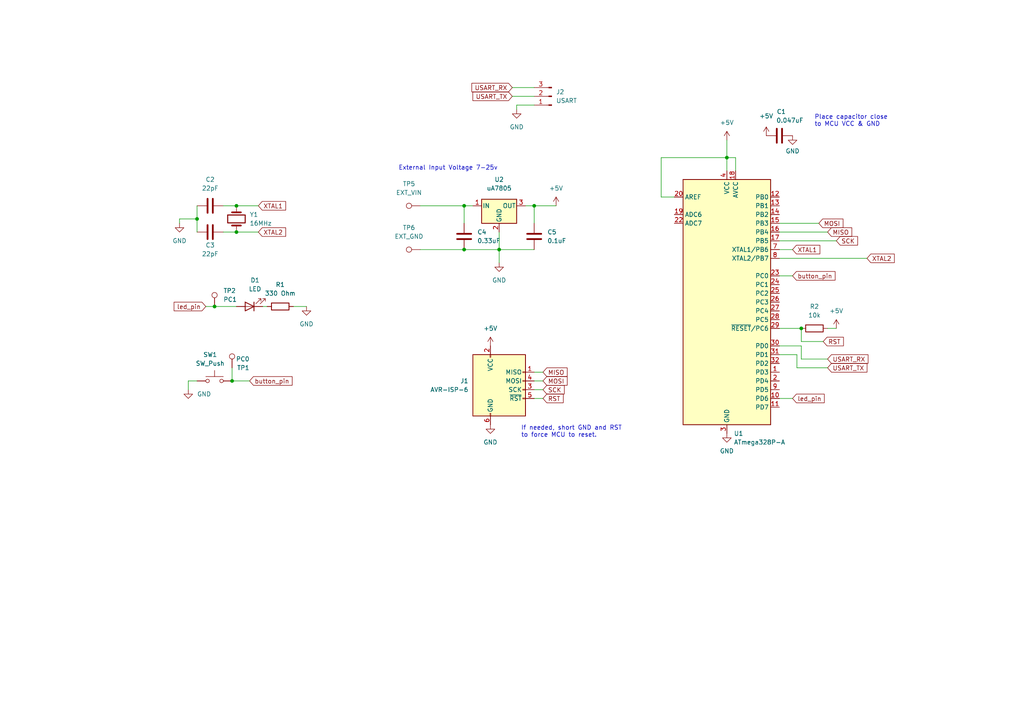
<source format=kicad_sch>
(kicad_sch (version 20211123) (generator eeschema)
  (paper "A4")
  (lib_symbols
    (symbol "Connector:AVR-ISP-6" (pin_names (offset 1.016))
      (property "Reference" "J" (at -6.35 11.43 0))
      (property "Value" "AVR-ISP-6" (at 0 11.43 0))
      (symbol "AVR-ISP-6_0_1"
        (rectangle (start -2.667 -6.858) (end -2.413 -7.62))
        (rectangle (start -2.667 10.16) (end -2.413 9.398))
        (rectangle (start 7.62 -2.413) (end 6.858 -2.667))
        (rectangle (start 7.62 0.127) (end 6.858 -0.127))
        (rectangle (start 7.62 2.667) (end 6.858 2.413))
        (rectangle (start 7.62 5.207) (end 6.858 4.953))
        (rectangle (start 7.62 10.16) (end -7.62 -7.62) (stroke (width 0.254)) (fill (type background)))
      )
      (symbol "AVR-ISP-6_1_1"
        (pin passive line (at 10.16 5.08 180) (length 2.54) (name "MISO") (number "1"))
        (pin passive line (at -2.54 12.7 270) (length 2.54) (name "VCC") (number "2"))
        (pin passive line (at 10.16 0 180) (length 2.54) (name "SCK") (number "3"))
        (pin passive line (at 10.16 2.54 180) (length 2.54) (name "MOSI") (number "4"))
        (pin passive line (at 10.16 -2.54 180) (length 2.54) (name "~{RST}") (number "5"))
        (pin passive line (at -2.54 -10.16 90) (length 2.54) (name "GND") (number "6"))
      )
    )
    (symbol "Connector:Conn_01x03_Male" (pin_names (offset 1.016) hide)
      (property "Reference" "J" (at 0 5.08 0))
      (property "Value" "Conn_01x03_Male" (at 0 -5.08 0))
      (symbol "Conn_01x03_Male_1_1"
        (polyline (pts (xy 1.27 -2.54) (xy 0.8636 -2.54)) (stroke (width 0.1524)))
        (polyline (pts (xy 1.27 0) (xy 0.8636 0)) (stroke (width 0.1524)))
        (polyline (pts (xy 1.27 2.54) (xy 0.8636 2.54)) (stroke (width 0.1524)))
        (rectangle (start 0.8636 -2.413) (end 0 -2.667) (stroke (width 0.1524)) (fill (type outline)))
        (rectangle (start 0.8636 0.127) (end 0 -0.127) (stroke (width 0.1524)) (fill (type outline)))
        (rectangle (start 0.8636 2.667) (end 0 2.413) (stroke (width 0.1524)) (fill (type outline)))
        (pin passive line (at 5.08 2.54 180) (length 3.81) (name "Pin_1") (number "1"))
        (pin passive line (at 5.08 0 180) (length 3.81) (name "Pin_2") (number "2"))
        (pin passive line (at 5.08 -2.54 180) (length 3.81) (name "Pin_3") (number "3"))
      )
    )
    (symbol "Connector:TestPoint" (pin_numbers hide) (pin_names (offset 0.762) hide)
      (property "Reference" "TP" (at 0 6.858 0))
      (property "Value" "TestPoint" (at 0 5.08 0))
      (symbol "TestPoint_0_1"
        (circle (center 0 3.302) (radius 0.762))
      )
      (symbol "TestPoint_1_1"
        (pin passive line (at 0 0 90) (length 2.54) (name "1") (number "1"))
      )
    )
    (symbol "Device:C" (pin_numbers hide) (pin_names (offset 0.254))
      (property "Reference" "C" (at 0.635 2.54 0))
      (property "Value" "C" (at 0.635 -2.54 0))
      (symbol "C_0_1"
        (polyline (pts (xy -2.032 -0.762) (xy 2.032 -0.762)) (stroke (width 0.508)))
        (polyline (pts (xy -2.032 0.762) (xy 2.032 0.762)) (stroke (width 0.508)))
      )
      (symbol "C_1_1"
        (pin passive line (at 0 3.81 270) (length 2.794) (name "~") (number "1"))
        (pin passive line (at 0 -3.81 90) (length 2.794) (name "~") (number "2"))
      )
    )
    (symbol "Device:Crystal" (pin_numbers hide) (pin_names (offset 1.016) hide)
      (property "Reference" "Y" (at 0 3.81 0))
      (property "Value" "Crystal" (at 0 -3.81 0))
      (symbol "Crystal_0_1"
        (rectangle (start -1.143 2.54) (end 1.143 -2.54) (stroke (width 0.3048)))
        (polyline (pts (xy -2.54 0) (xy -1.905 0)))
        (polyline (pts (xy -1.905 -1.27) (xy -1.905 1.27)) (stroke (width 0.508)))
        (polyline (pts (xy 1.905 -1.27) (xy 1.905 1.27)) (stroke (width 0.508)))
        (polyline (pts (xy 2.54 0) (xy 1.905 0)))
      )
      (symbol "Crystal_1_1"
        (pin passive line (at -3.81 0 0) (length 1.27) (name "1") (number "1"))
        (pin passive line (at 3.81 0 180) (length 1.27) (name "2") (number "2"))
      )
    )
    (symbol "Device:LED" (pin_numbers hide) (pin_names (offset 1.016) hide)
      (property "Reference" "D" (at 0 2.54 0))
      (property "Value" "LED" (at 0 -2.54 0))
      (symbol "LED_0_1"
        (polyline (pts (xy -1.27 -1.27) (xy -1.27 1.27)) (stroke (width 0.254)))
        (polyline (pts (xy -1.27 0) (xy 1.27 0)))
        (polyline (pts (xy 1.27 -1.27) (xy 1.27 1.27) (xy -1.27 0) (xy 1.27 -1.27)) (stroke (width 0.254)))
        (polyline (pts (xy -3.048 -0.762) (xy -4.572 -2.286) (xy -3.81 -2.286) (xy -4.572 -2.286) (xy -4.572 -1.524)))
        (polyline (pts (xy -1.778 -0.762) (xy -3.302 -2.286) (xy -2.54 -2.286) (xy -3.302 -2.286) (xy -3.302 -1.524)))
      )
      (symbol "LED_1_1"
        (pin passive line (at -3.81 0 0) (length 2.54) (name "K") (number "1"))
        (pin passive line (at 3.81 0 180) (length 2.54) (name "A") (number "2"))
      )
    )
    (symbol "Device:R" (pin_numbers hide) (pin_names (offset 0))
      (property "Reference" "R" (at 2.032 0 90))
      (property "Value" "R" (at 0 0 90))
      (symbol "R_0_1"
        (rectangle (start -1.016 -2.54) (end 1.016 2.54) (stroke (width 0.254)))
      )
      (symbol "R_1_1"
        (pin passive line (at 0 3.81 270) (length 1.27) (name "~") (number "1"))
        (pin passive line (at 0 -3.81 90) (length 1.27) (name "~") (number "2"))
      )
    )
    (symbol "MCU_Microchip_ATmega:ATmega328P-A"
      (property "Reference" "U" (at -12.7 36.83 0))
      (property "Value" "ATmega328P-A" (at 2.54 -36.83 0))
      (symbol "ATmega328P-A_0_1"
        (rectangle (start -12.7 -35.56) (end 12.7 35.56) (stroke (width 0.254)) (fill (type background)))
      )
      (symbol "ATmega328P-A_1_1"
        (pin bidirectional line (at 15.24 -20.32 180) (length 2.54) (name "PD3") (number "1"))
        (pin bidirectional line (at 15.24 -27.94 180) (length 2.54) (name "PD6") (number "10"))
        (pin bidirectional line (at 15.24 -30.48 180) (length 2.54) (name "PD7") (number "11"))
        (pin bidirectional line (at 15.24 30.48 180) (length 2.54) (name "PB0") (number "12"))
        (pin bidirectional line (at 15.24 27.94 180) (length 2.54) (name "PB1") (number "13"))
        (pin bidirectional line (at 15.24 25.4 180) (length 2.54) (name "PB2") (number "14"))
        (pin bidirectional line (at 15.24 22.86 180) (length 2.54) (name "PB3") (number "15"))
        (pin bidirectional line (at 15.24 20.32 180) (length 2.54) (name "PB4") (number "16"))
        (pin bidirectional line (at 15.24 17.78 180) (length 2.54) (name "PB5") (number "17"))
        (pin power_in line (at 2.54 38.1 270) (length 2.54) (name "AVCC") (number "18"))
        (pin input line (at -15.24 25.4 0) (length 2.54) (name "ADC6") (number "19"))
        (pin bidirectional line (at 15.24 -22.86 180) (length 2.54) (name "PD4") (number "2"))
        (pin passive line (at -15.24 30.48 0) (length 2.54) (name "AREF") (number "20"))
        (pin passive line (at 0 -38.1 90) (length 2.54) hide (name "GND") (number "21"))
        (pin input line (at -15.24 22.86 0) (length 2.54) (name "ADC7") (number "22"))
        (pin bidirectional line (at 15.24 7.62 180) (length 2.54) (name "PC0") (number "23"))
        (pin bidirectional line (at 15.24 5.08 180) (length 2.54) (name "PC1") (number "24"))
        (pin bidirectional line (at 15.24 2.54 180) (length 2.54) (name "PC2") (number "25"))
        (pin bidirectional line (at 15.24 0 180) (length 2.54) (name "PC3") (number "26"))
        (pin bidirectional line (at 15.24 -2.54 180) (length 2.54) (name "PC4") (number "27"))
        (pin bidirectional line (at 15.24 -5.08 180) (length 2.54) (name "PC5") (number "28"))
        (pin bidirectional line (at 15.24 -7.62 180) (length 2.54) (name "~{RESET}/PC6") (number "29"))
        (pin power_in line (at 0 -38.1 90) (length 2.54) (name "GND") (number "3"))
        (pin bidirectional line (at 15.24 -12.7 180) (length 2.54) (name "PD0") (number "30"))
        (pin bidirectional line (at 15.24 -15.24 180) (length 2.54) (name "PD1") (number "31"))
        (pin bidirectional line (at 15.24 -17.78 180) (length 2.54) (name "PD2") (number "32"))
        (pin power_in line (at 0 38.1 270) (length 2.54) (name "VCC") (number "4"))
        (pin passive line (at 0 -38.1 90) (length 2.54) hide (name "GND") (number "5"))
        (pin passive line (at 0 38.1 270) (length 2.54) hide (name "VCC") (number "6"))
        (pin bidirectional line (at 15.24 15.24 180) (length 2.54) (name "XTAL1/PB6") (number "7"))
        (pin bidirectional line (at 15.24 12.7 180) (length 2.54) (name "XTAL2/PB7") (number "8"))
        (pin bidirectional line (at 15.24 -25.4 180) (length 2.54) (name "PD5") (number "9"))
      )
    )
    (symbol "Regulator_Linear:uA7805" (pin_names (offset 0.254))
      (property "Reference" "U" (at -3.81 3.175 0))
      (property "Value" "uA7805" (at 0 3.175 0))
      (symbol "uA7805_0_1"
        (rectangle (start -5.08 1.905) (end 5.08 -5.08) (stroke (width 0.254)) (fill (type background)))
      )
      (symbol "uA7805_1_1"
        (pin power_in line (at -7.62 0 0) (length 2.54) (name "IN") (number "1"))
        (pin power_in line (at 0 -7.62 90) (length 2.54) (name "GND") (number "2"))
        (pin power_out line (at 7.62 0 180) (length 2.54) (name "OUT") (number "3"))
      )
    )
    (symbol "Switch:SW_Push" (pin_numbers hide) (pin_names (offset 1.016) hide)
      (property "Reference" "SW" (at 1.27 2.54 0))
      (property "Value" "SW_Push" (at 0 -1.524 0))
      (symbol "SW_Push_0_1"
        (circle (center -2.032 0) (radius 0.508))
        (polyline (pts (xy 0 1.27) (xy 0 3.048)))
        (polyline (pts (xy 2.54 1.27) (xy -2.54 1.27)))
        (circle (center 2.032 0) (radius 0.508))
        (pin passive line (at -5.08 0 0) (length 2.54) (name "1") (number "1"))
        (pin passive line (at 5.08 0 180) (length 2.54) (name "2") (number "2"))
      )
    )
    (symbol "power:+5V" (power) (pin_names (offset 0))
      (property "Value" "+5V" (at 0 3.556 0))
      (symbol "+5V_0_1"
        (polyline (pts (xy -0.762 1.27) (xy 0 2.54)))
        (polyline (pts (xy 0 0) (xy 0 2.54)))
        (polyline (pts (xy 0 2.54) (xy 0.762 1.27)))
      )
      (symbol "+5V_1_1"
        (pin power_in line (at 0 0 90) (length 0) hide (name "+5V") (number "1"))
      )
    )
    (symbol "power:GND" (power) (pin_names (offset 0))
      (property "Value" "GND" (at 0 -3.81 0))
      (symbol "GND_0_1"
        (polyline (pts (xy 0 0) (xy 0 -1.27) (xy 1.27 -1.27) (xy 0 -2.54) (xy -1.27 -1.27) (xy 0 -1.27)))
      )
      (symbol "GND_1_1"
        (pin power_in line (at 0 0 270) (length 0) hide (name "GND") (number "1"))
      )
    )
  )
  (junction (at 68.58 59.69))
  (junction (at 232.41 95.25))
  (junction (at 134.62 72.39))
  (junction (at 57.15 63.5))
  (junction (at 134.62 59.69))
  (junction (at 68.58 67.31))
  (junction (at 67.31 110.49))
  (junction (at 144.78 72.39))
  (junction (at 62.23 88.9))
  (junction (at 210.82 45.72))
  (junction (at 154.94 59.69))
  (wire (pts (xy 148.59 25.4) (xy 154.94 25.4)))
  (wire (pts (xy 144.78 67.31) (xy 144.78 72.39)))
  (wire (pts (xy 67.31 110.49) (xy 67.31 106.68)))
  (wire (pts (xy 134.62 59.69) (xy 137.16 59.69)))
  (wire (pts (xy 154.94 59.69) (xy 152.4 59.69)))
  (wire (pts (xy 195.58 57.15) (xy 191.77 57.15)))
  (wire (pts (xy 226.06 80.01) (xy 229.87 80.01)))
  (wire (pts (xy 154.94 115.57) (xy 157.48 115.57)))
  (wire (pts (xy 68.58 59.69) (xy 74.93 59.69)))
  (wire (pts (xy 149.86 30.48) (xy 149.86 31.75)))
  (wire (pts (xy 54.61 110.49) (xy 54.61 113.03)))
  (wire (pts (xy 154.94 59.69) (xy 161.29 59.69)))
  (wire (pts (xy 67.31 110.49) (xy 72.39 110.49)))
  (wire (pts (xy 240.03 106.68) (xy 231.14 106.68)))
  (wire (pts (xy 210.82 40.64) (xy 210.82 45.72)))
  (wire (pts (xy 76.2 88.9) (xy 77.47 88.9)))
  (wire (pts (xy 226.06 64.77) (xy 237.49 64.77)))
  (wire (pts (xy 226.06 69.85) (xy 242.57 69.85)))
  (wire (pts (xy 62.23 88.9) (xy 68.58 88.9)))
  (wire (pts (xy 210.82 45.72) (xy 210.82 49.53)))
  (wire (pts (xy 226.06 74.93) (xy 251.46 74.93)))
  (wire (pts (xy 154.94 107.95) (xy 157.48 107.95)))
  (wire (pts (xy 240.03 95.25) (xy 242.57 95.25)))
  (wire (pts (xy 121.92 59.69) (xy 134.62 59.69)))
  (wire (pts (xy 52.07 64.77) (xy 52.07 63.5)))
  (wire (pts (xy 226.06 100.33) (xy 232.41 100.33)))
  (wire (pts (xy 64.77 59.69) (xy 68.58 59.69)))
  (wire (pts (xy 57.15 59.69) (xy 57.15 63.5)))
  (wire (pts (xy 144.78 72.39) (xy 154.94 72.39)))
  (wire (pts (xy 154.94 30.48) (xy 149.86 30.48)))
  (wire (pts (xy 54.61 110.49) (xy 57.15 110.49)))
  (wire (pts (xy 59.69 88.9) (xy 62.23 88.9)))
  (wire (pts (xy 121.92 72.39) (xy 134.62 72.39)))
  (wire (pts (xy 213.36 49.53) (xy 213.36 45.72)))
  (wire (pts (xy 64.77 67.31) (xy 68.58 67.31)))
  (wire (pts (xy 144.78 72.39) (xy 144.78 76.2)))
  (wire (pts (xy 148.59 27.94) (xy 154.94 27.94)))
  (wire (pts (xy 232.41 104.14) (xy 240.03 104.14)))
  (wire (pts (xy 213.36 45.72) (xy 210.82 45.72)))
  (wire (pts (xy 68.58 67.31) (xy 74.93 67.31)))
  (wire (pts (xy 226.06 115.57) (xy 229.87 115.57)))
  (wire (pts (xy 154.94 110.49) (xy 157.48 110.49)))
  (wire (pts (xy 232.41 95.25) (xy 232.41 99.06)))
  (wire (pts (xy 232.41 100.33) (xy 232.41 104.14)))
  (wire (pts (xy 52.07 63.5) (xy 57.15 63.5)))
  (wire (pts (xy 154.94 113.03) (xy 157.48 113.03)))
  (wire (pts (xy 85.09 88.9) (xy 88.9 88.9)))
  (wire (pts (xy 191.77 45.72) (xy 210.82 45.72)))
  (wire (pts (xy 134.62 72.39) (xy 144.78 72.39)))
  (wire (pts (xy 231.14 106.68) (xy 231.14 102.87)))
  (wire (pts (xy 226.06 72.39) (xy 229.87 72.39)))
  (wire (pts (xy 134.62 64.77) (xy 134.62 59.69)))
  (wire (pts (xy 154.94 64.77) (xy 154.94 59.69)))
  (wire (pts (xy 231.14 102.87) (xy 226.06 102.87)))
  (wire (pts (xy 226.06 95.25) (xy 232.41 95.25)))
  (wire (pts (xy 232.41 99.06) (xy 238.76 99.06)))
  (wire (pts (xy 191.77 57.15) (xy 191.77 45.72)))
  (wire (pts (xy 57.15 63.5) (xy 57.15 67.31)))
  (wire (pts (xy 226.06 67.31) (xy 240.03 67.31)))
  (text "External Input Voltage 7-25v" (at 115.57 49.53 0) (effects (font (size 1.27 1.27)) (justify left bottom)))
  (text "Place capacitor close\nto MCU VCC & GND" (at 236.22 36.83 0) (effects (font (size 1.27 1.27)) (justify left bottom)))
  (text "If needed, short GND and RST\nto force MCU to reset." (at 151.13 127 0) (effects (font (size 1.27 1.27)) (justify left bottom)))
  (global_label "MOSI" (shape input) (at 237.49 64.77 0) (property "Intersheet References" "${INTERSHEET_REFS}" (effects hide)))
  (global_label "led_pin" (shape input) (at 229.87 115.57 0) (property "Intersheet References" "${INTERSHEET_REFS}" (effects hide)))
  (global_label "RST" (shape input) (at 157.48 115.57 0) (property "Intersheet References" "${INTERSHEET_REFS}" (effects hide)))
  (global_label "SCK" (shape input) (at 242.57 69.85 0) (property "Intersheet References" "${INTERSHEET_REFS}" (effects hide)))
  (global_label "XTAL2" (shape input) (at 74.93 67.31 0) (property "Intersheet References" "${INTERSHEET_REFS}" (effects hide)))
  (global_label "MOSI" (shape input) (at 157.48 110.49 0) (property "Intersheet References" "${INTERSHEET_REFS}" (effects hide)))
  (global_label "MISO" (shape input) (at 157.48 107.95 0) (property "Intersheet References" "${INTERSHEET_REFS}" (effects hide)))
  (global_label "XTAL1" (shape input) (at 229.87 72.39 0) (property "Intersheet References" "${INTERSHEET_REFS}" (effects hide)))
  (global_label "XTAL1" (shape input) (at 74.93 59.69 0) (property "Intersheet References" "${INTERSHEET_REFS}" (effects hide)))
  (global_label "USART_TX" (shape input) (at 240.03 106.68 0) (property "Intersheet References" "${INTERSHEET_REFS}" (effects hide)))
  (global_label "SCK" (shape input) (at 157.48 113.03 0) (property "Intersheet References" "${INTERSHEET_REFS}" (effects hide)))
  (global_label "MISO" (shape input) (at 240.03 67.31 0) (property "Intersheet References" "${INTERSHEET_REFS}" (effects hide)))
  (global_label "USART_RX" (shape input) (at 240.03 104.14 0) (property "Intersheet References" "${INTERSHEET_REFS}" (effects hide)))
  (global_label "RST" (shape input) (at 238.76 99.06 0) (property "Intersheet References" "${INTERSHEET_REFS}" (effects hide)))
  (global_label "led_pin" (shape input) (at 59.69 88.9 180) (property "Intersheet References" "${INTERSHEET_REFS}" (effects hide)))
  (global_label "button_pin" (shape input) (at 229.87 80.01 0) (property "Intersheet References" "${INTERSHEET_REFS}" (effects hide)))
  (global_label "button_pin" (shape input) (at 72.39 110.49 0) (property "Intersheet References" "${INTERSHEET_REFS}" (effects hide)))
  (global_label "USART_RX" (shape input) (at 148.59 25.4 180) (property "Intersheet References" "${INTERSHEET_REFS}" (effects hide)))
  (global_label "USART_TX" (shape input) (at 148.59 27.94 180) (property "Intersheet References" "${INTERSHEET_REFS}" (effects hide)))
  (global_label "XTAL2" (shape input) (at 251.46 74.93 0) (property "Intersheet References" "${INTERSHEET_REFS}" (effects hide)))
  (symbol (lib_id "power:GND") (at 144.78 76.2 0) (unit 1)
    (property "Reference" "#PWR0113" (effects hide))
    (property "Value" "GND" (at 144.78 81.28 0))
  )
  (symbol (lib_id "MCU_Microchip_ATmega:ATmega328P-A") (at 210.82 87.63 0) (unit 1)
    (property "Reference" "U1" (at 212.8394 125.73 0) (effects (justify left)))
    (property "Value" "ATmega328P-A" (at 212.8394 128.27 0) (effects (justify left)))
    (property "Footprint" "Package_QFP:TQFP-32_7x7mm_P0.8mm" (effects hide))
    (property "Datasheet" "http://ww1.microchip.com/downloads/en/DeviceDoc/ATmega328_P%20AVR%20MCU%20with%20picoPower%20Technology%20Data%20Sheet%2040001984A.pdf" (effects hide))
  )
  (symbol (lib_id "Regulator_Linear:uA7805") (at 144.78 59.69 0) (unit 1)
    (property "Reference" "U2" (at 144.78 52.07 0))
    (property "Value" "uA7805" (at 144.78 54.61 0))
    (property "Footprint" "Package_TO_SOT_SMD:SOT-223" (effects hide))
    (property "Datasheet" "http://www.ti.com/lit/ds/symlink/ua78.pdf" (effects hide))
  )
  (symbol (lib_id "Device:C") (at 60.96 59.69 90) (unit 1)
    (property "Reference" "C2" (at 60.96 52.07 90))
    (property "Value" "22pF" (at 60.96 54.61 90))
    (property "Footprint" "Capacitor_SMD:C_0603_1608Metric_Pad1.08x0.95mm_HandSolder" (effects hide))
  )
  (symbol (lib_id "power:+5V") (at 242.57 95.25 0) (unit 1)
    (property "Reference" "#PWR0106" (effects hide))
    (property "Value" "+5V" (at 242.57 90.17 0))
  )
  (symbol (lib_id "Device:R") (at 236.22 95.25 90) (unit 1)
    (property "Reference" "R2" (at 236.22 88.9 90))
    (property "Value" "10k" (at 236.22 91.44 90))
    (property "Footprint" "Resistor_SMD:R_0603_1608Metric_Pad0.98x0.95mm_HandSolder" (effects hide))
  )
  (symbol (lib_id "Device:LED") (at 72.39 88.9 180) (unit 1)
    (property "Reference" "D1" (at 73.9775 81.28 0))
    (property "Value" "LED" (at 73.9775 83.82 0))
    (property "Footprint" "LED_SMD:LED_1206_3216Metric_Pad1.42x1.75mm_HandSolder" (effects hide))
  )
  (symbol (lib_id "power:GND") (at 52.07 64.77 0) (unit 1)
    (property "Reference" "#PWR0110" (effects hide))
    (property "Value" "GND" (at 52.07 69.85 0))
  )
  (symbol (lib_id "power:GND") (at 88.9 88.9 0) (unit 1)
    (property "Reference" "#PWR0103" (effects hide))
    (property "Value" "GND" (at 88.9 93.98 0))
  )
  (symbol (lib_id "power:GND") (at 142.24 123.19 0) (unit 1)
    (property "Reference" "#PWR0102" (effects hide))
    (property "Value" "GND" (at 142.24 128.27 0))
  )
  (symbol (lib_id "power:GND") (at 54.61 113.03 0) (unit 1)
    (property "Reference" "#PWR0104" (effects hide))
    (property "Value" "GND" (at 57.15 114.2999 0) (effects (justify left)))
  )
  (symbol (lib_id "Device:C") (at 60.96 67.31 270) (unit 1)
    (property "Reference" "C3" (at 60.96 71.12 90))
    (property "Value" "22pF" (at 60.96 73.66 90))
    (property "Footprint" "Capacitor_SMD:C_0603_1608Metric_Pad1.08x0.95mm_HandSolder" (effects hide))
  )
  (symbol (lib_id "power:GND") (at 229.87 39.37 0) (unit 1)
    (property "Reference" "#PWR0109" (effects hide))
    (property "Value" "GND" (at 229.87 43.815 0))
  )
  (symbol (lib_id "Device:C") (at 226.06 39.37 90) (unit 1)
    (property "Reference" "C1" (at 227.965 32.385 90) (effects (justify left)))
    (property "Value" "0.047uF" (at 233.045 34.925 90) (effects (justify left)))
    (property "Footprint" "Capacitor_SMD:C_0603_1608Metric_Pad1.08x0.95mm_HandSolder" (effects hide))
  )
  (symbol (lib_id "Connector:TestPoint") (at 62.23 88.9 0) (unit 1)
    (property "Reference" "TP2" (at 64.77 84.3279 0) (effects (justify left)))
    (property "Value" "PC1" (at 64.77 86.8679 0) (effects (justify left)))
    (property "Footprint" "TestPoint:TestPoint_Pad_1.0x1.0mm" (effects hide))
  )
  (symbol (lib_id "Device:C") (at 154.94 68.58 0) (unit 1)
    (property "Reference" "C5" (at 158.75 67.3099 0) (effects (justify left)))
    (property "Value" "0.1uF" (at 158.75 69.8499 0) (effects (justify left)))
    (property "Footprint" "Capacitor_SMD:C_0603_1608Metric_Pad1.08x0.95mm_HandSolder" (effects hide))
  )
  (symbol (lib_id "Device:C") (at 134.62 68.58 0) (unit 1)
    (property "Reference" "C4" (at 138.43 67.3099 0) (effects (justify left)))
    (property "Value" "0.33uF" (at 138.43 69.8499 0) (effects (justify left)))
    (property "Footprint" "Capacitor_SMD:C_0603_1608Metric_Pad1.08x0.95mm_HandSolder" (effects hide))
  )
  (symbol (lib_id "power:+5V") (at 210.82 40.64 0) (unit 1)
    (property "Reference" "#PWR0107" (effects hide))
    (property "Value" "+5V" (at 210.82 35.56 0))
  )
  (symbol (lib_id "power:+5V") (at 161.29 59.69 0) (unit 1)
    (property "Reference" "#PWR0112" (effects hide))
    (property "Value" "+5V" (at 161.29 54.61 0))
  )
  (symbol (lib_id "Connector:TestPoint") (at 121.92 72.39 90) (unit 1)
    (property "Reference" "TP6" (at 118.618 66.04 90))
    (property "Value" "EXT_GND" (at 118.618 68.58 90))
    (property "Footprint" "TestPoint:TestPoint_Plated_Hole_D4.0mm" (effects hide))
  )
  (symbol (lib_id "Connector:AVR-ISP-6") (at 144.78 113.03 0) (unit 1)
    (property "Reference" "J1" (at 135.89 110.4899 0) (effects (justify right)))
    (property "Value" "AVR-ISP-6" (at 135.89 113.0299 0) (effects (justify right)))
    (property "Footprint" "Connector_PinHeader_2.54mm:PinHeader_2x03_P2.54mm_Vertical" (effects hide))
    (property "Datasheet" " ~" (effects hide))
  )
  (symbol (lib_id "power:+5V") (at 222.25 39.37 0) (unit 1)
    (property "Reference" "#PWR0108" (effects hide))
    (property "Value" "+5V" (at 222.25 33.655 0))
  )
  (symbol (lib_id "power:+5V") (at 142.24 100.33 0) (unit 1)
    (property "Reference" "#PWR0101" (effects hide))
    (property "Value" "+5V" (at 142.24 95.25 0))
  )
  (symbol (lib_id "Device:Crystal") (at 68.58 63.5 270) (unit 1)
    (property "Reference" "Y1" (at 72.39 62.2299 90) (effects (justify left)))
    (property "Value" "16MHz" (at 72.39 64.7699 90) (effects (justify left)))
    (property "Footprint" "Crystal:Crystal_HC49-4H_Vertical" (effects hide))
  )
  (symbol (lib_id "Connector:TestPoint") (at 121.92 59.69 90) (unit 1)
    (property "Reference" "TP5" (at 118.618 53.34 90))
    (property "Value" "EXT_VIN" (at 118.618 55.88 90))
    (property "Footprint" "TestPoint:TestPoint_Plated_Hole_D4.0mm" (effects hide))
  )
  (symbol (lib_id "power:GND") (at 149.86 31.75 0) (unit 1)
    (property "Reference" "#PWR0111" (effects hide))
    (property "Value" "GND" (at 149.86 36.83 0))
  )
  (symbol (lib_id "Connector:Conn_01x03_Male") (at 160.02 27.94 180) (unit 1)
    (property "Reference" "J2" (at 161.29 26.6699 0) (effects (justify right)))
    (property "Value" "USART" (at 161.29 29.2099 0) (effects (justify right)))
    (property "Footprint" "Connector_PinHeader_2.54mm:PinHeader_1x03_P2.54mm_Vertical" (effects hide))
  )
  (symbol (lib_id "Device:R") (at 81.28 88.9 270) (unit 1)
    (property "Reference" "R1" (at 81.28 82.55 90))
    (property "Value" "330 Ohm" (at 81.28 85.09 90))
    (property "Footprint" "Resistor_SMD:R_0603_1608Metric_Pad0.98x0.95mm_HandSolder" (effects hide))
  )
  (symbol (lib_id "Connector:TestPoint") (at 67.31 106.68 0) (unit 1)
    (property "Reference" "TP1" (at 72.39 106.68 0) (effects (justify right)))
    (property "Value" "PC0" (at 72.39 104.14 0) (effects (justify right)))
    (property "Footprint" "TestPoint:TestPoint_Pad_1.0x1.0mm" (effects hide))
  )
  (symbol (lib_id "Switch:SW_Push") (at 62.23 110.49 0) (unit 1)
    (property "Reference" "SW1" (at 60.96 102.87 0))
    (property "Value" "SW_Push" (at 60.96 105.41 0))
    (property "Footprint" "Button_Switch_THT:SW_PUSH_6mm_H7.3mm" (effects hide))
  )
  (symbol (lib_id "power:GND") (at 210.82 125.73 0) (unit 1)
    (property "Reference" "#PWR0105" (effects hide))
    (property "Value" "GND" (at 210.82 130.81 0))
  )
)
</source>
